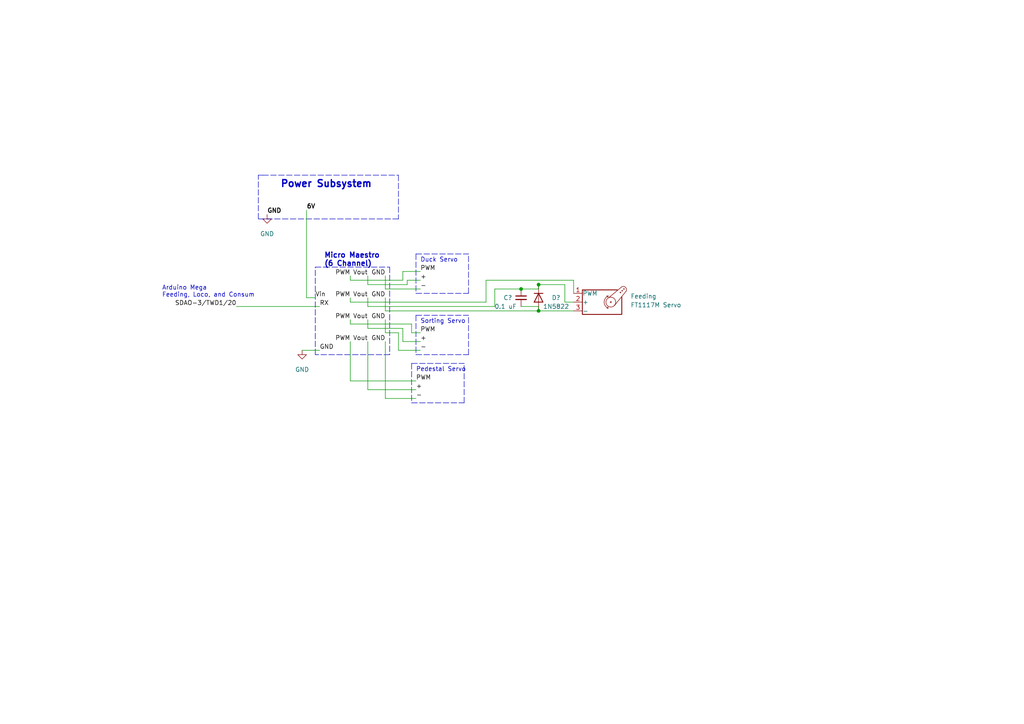
<source format=kicad_sch>
(kicad_sch (version 20211123) (generator eeschema)
  (paper "A4")
  (lib_symbols
    (symbol "Device:C_Small" (pin_numbers hide) (pin_names (offset 0.254) hide)
      (property "Reference" "C" (at 0.254 1.778 0))
      (property "Value" "C_Small" (at 0.254 -2.032 0))
      (symbol "C_Small_0_1"
        (polyline (pts (xy -1.524 -0.508) (xy 1.524 -0.508)) (stroke (width 0.3302)))
        (polyline (pts (xy -1.524 0.508) (xy 1.524 0.508)) (stroke (width 0.3048)))
      )
      (symbol "C_Small_1_1"
        (pin passive line (at 0 2.54 270) (length 2.032) (name "~") (number "1"))
        (pin passive line (at 0 -2.54 90) (length 2.032) (name "~") (number "2"))
      )
    )
    (symbol "Diode:1N4001" (pin_numbers hide) (pin_names hide)
      (property "Reference" "D" (at 0 2.54 0))
      (property "Value" "1N4001" (at 0 -2.54 0))
      (symbol "1N4001_0_1"
        (polyline (pts (xy -1.27 1.27) (xy -1.27 -1.27)) (stroke (width 0.254)))
        (polyline (pts (xy 1.27 0) (xy -1.27 0)))
        (polyline (pts (xy 1.27 1.27) (xy 1.27 -1.27) (xy -1.27 0) (xy 1.27 1.27)) (stroke (width 0.254)))
      )
      (symbol "1N4001_1_1"
        (pin passive line (at -3.81 0 0) (length 2.54) (name "K") (number "1"))
        (pin passive line (at 3.81 0 180) (length 2.54) (name "A") (number "2"))
      )
    )
    (symbol "Motor:Motor_Servo" (pin_names (offset 0.0254))
      (property "Reference" "M" (at -5.08 4.445 0))
      (property "Value" "Motor_Servo" (at -5.08 -4.064 0))
      (symbol "Motor_Servo_0_1"
        (polyline (pts (xy 2.413 -1.778) (xy 2.032 -1.778)))
        (polyline (pts (xy 2.413 -1.778) (xy 2.286 -1.397)))
        (polyline (pts (xy 2.413 1.778) (xy 1.905 1.778)))
        (polyline (pts (xy 2.413 1.778) (xy 2.286 1.397)))
        (polyline (pts (xy 6.35 4.445) (xy 2.54 1.27)))
        (polyline (pts (xy 7.62 3.175) (xy 4.191 -1.016)))
        (polyline (pts (xy 5.08 3.556) (xy -5.08 3.556) (xy -5.08 -3.556) (xy 6.35 -3.556) (xy 6.35 1.524)) (stroke (width 0.254)))
        (arc (start 2.413 1.778) (mid 1.2406 0) (end 2.413 -1.778))
        (circle (center 3.175 0) (radius 0.1778))
        (circle (center 3.175 0) (radius 1.4224))
        (circle (center 5.969 2.794) (radius 0.127))
        (circle (center 6.477 3.302) (radius 0.127))
        (circle (center 6.985 3.81) (radius 0.127))
        (arc (start 7.62 3.175) (mid 7.4485 4.2735) (end 6.35 4.445))
      )
      (symbol "Motor_Servo_1_1"
        (pin passive line (at -7.62 2.54 0) (length 2.54) (name "PWM") (number "1"))
        (pin passive line (at -7.62 0 0) (length 2.54) (name "+") (number "2"))
        (pin passive line (at -7.62 -2.54 0) (length 2.54) (name "-") (number "3"))
      )
    )
    (symbol "power:GND" (power) (pin_names (offset 0))
      (property "Value" "GND" (at 0 -3.81 0))
      (symbol "GND_0_1"
        (polyline (pts (xy 0 0) (xy 0 -1.27) (xy 1.27 -1.27) (xy 0 -2.54) (xy -1.27 -1.27) (xy 0 -1.27)))
      )
      (symbol "GND_1_1"
        (pin power_in line (at 0 0 270) (length 0) hide (name "GND") (number "1"))
      )
    )
  )
  (junction (at 156.21 82.55))
  (junction (at 156.21 90.17))
  (junction (at 151.13 83.82))
  (wire (pts (xy 106.68 80.01) (xy 106.68 82.55)))
  (wire (pts (xy 111.76 99.06) (xy 111.76 115.57)))
  (wire (pts (xy 101.6 110.49) (xy 120.65 110.49)))
  (wire (pts (xy 101.6 80.01) (xy 101.6 81.28)))
  (polyline (pts (xy 119.38 116.84) (xy 134.62 116.84)))
  (wire (pts (xy 166.37 85.09) (xy 166.37 81.28)))
  (polyline (pts (xy 119.38 105.41) (xy 119.38 116.84)))
  (polyline (pts (xy 115.57 50.8) (xy 115.57 63.5)))
  (wire (pts (xy 101.6 99.06) (xy 101.6 110.49)))
  (polyline (pts (xy 76.2 50.8) (xy 115.57 50.8)))
  (wire (pts (xy 143.51 88.9) (xy 143.51 83.82)))
  (polyline (pts (xy 113.03 102.87) (xy 91.44 102.87)))
  (polyline (pts (xy 119.38 105.41) (xy 134.62 105.41)))
  (polyline (pts (xy 91.44 102.87) (xy 91.44 77.47)))
  (wire (pts (xy 140.97 87.63) (xy 101.6 87.63)))
  (wire (pts (xy 111.76 83.82) (xy 121.92 83.82)))
  (wire (pts (xy 106.68 113.03) (xy 120.65 113.03)))
  (wire (pts (xy 106.68 82.55) (xy 118.11 82.55)))
  (polyline (pts (xy 120.65 91.44) (xy 120.65 102.87)))
  (wire (pts (xy 111.76 92.71) (xy 111.76 96.52)))
  (wire (pts (xy 106.68 86.36) (xy 106.68 88.9)))
  (wire (pts (xy 88.9 86.36) (xy 91.44 86.36)))
  (polyline (pts (xy 134.62 116.84) (xy 134.62 105.41)))
  (wire (pts (xy 156.21 83.82) (xy 156.21 82.55)))
  (wire (pts (xy 118.11 81.28) (xy 121.92 81.28)))
  (polyline (pts (xy 115.57 63.5) (xy 74.93 63.5)))
  (wire (pts (xy 106.68 99.06) (xy 106.68 113.03)))
  (wire (pts (xy 118.11 82.55) (xy 118.11 81.28)))
  (wire (pts (xy 163.83 82.55) (xy 156.21 82.55)))
  (polyline (pts (xy 120.65 102.87) (xy 135.89 102.87)))
  (wire (pts (xy 119.38 96.52) (xy 121.92 96.52)))
  (polyline (pts (xy 120.65 73.66) (xy 135.89 73.66)))
  (wire (pts (xy 156.21 90.17) (xy 166.37 90.17)))
  (polyline (pts (xy 74.93 50.8) (xy 76.2 50.8)))
  (wire (pts (xy 111.76 80.01) (xy 111.76 83.82)))
  (wire (pts (xy 87.63 101.6) (xy 92.71 101.6)))
  (polyline (pts (xy 120.65 91.44) (xy 135.89 91.44)))
  (wire (pts (xy 116.84 99.06) (xy 121.92 99.06)))
  (wire (pts (xy 116.84 81.28) (xy 116.84 78.74)))
  (wire (pts (xy 116.84 95.25) (xy 116.84 99.06)))
  (polyline (pts (xy 135.89 102.87) (xy 135.89 91.44)))
  (polyline (pts (xy 91.44 77.47) (xy 93.98 77.47)))
  (wire (pts (xy 101.6 87.63) (xy 101.6 86.36)))
  (wire (pts (xy 140.97 81.28) (xy 140.97 87.63)))
  (polyline (pts (xy 113.03 77.47) (xy 113.03 102.87)))
  (wire (pts (xy 166.37 87.63) (xy 163.83 87.63)))
  (wire (pts (xy 111.76 115.57) (xy 120.65 115.57)))
  (wire (pts (xy 101.6 93.98) (xy 119.38 93.98)))
  (wire (pts (xy 106.68 92.71) (xy 106.68 95.25)))
  (wire (pts (xy 156.21 88.9) (xy 156.21 90.17)))
  (wire (pts (xy 106.68 88.9) (xy 143.51 88.9)))
  (polyline (pts (xy 74.93 63.5) (xy 74.93 50.8)))
  (wire (pts (xy 111.76 96.52) (xy 115.57 96.52)))
  (wire (pts (xy 111.76 90.17) (xy 156.21 90.17)))
  (wire (pts (xy 151.13 88.9) (xy 156.21 88.9)))
  (wire (pts (xy 163.83 87.63) (xy 163.83 82.55)))
  (wire (pts (xy 119.38 93.98) (xy 119.38 96.52)))
  (polyline (pts (xy 120.65 73.66) (xy 120.65 85.09)))
  (polyline (pts (xy 135.89 85.09) (xy 135.89 73.66)))
  (wire (pts (xy 151.13 83.82) (xy 156.21 83.82)))
  (wire (pts (xy 116.84 78.74) (xy 121.92 78.74)))
  (wire (pts (xy 111.76 86.36) (xy 111.76 90.17)))
  (wire (pts (xy 115.57 96.52) (xy 115.57 101.6)))
  (wire (pts (xy 140.97 81.28) (xy 166.37 81.28)))
  (wire (pts (xy 101.6 81.28) (xy 116.84 81.28)))
  (wire (pts (xy 68.58 88.9) (xy 92.71 88.9)))
  (wire (pts (xy 115.57 101.6) (xy 121.92 101.6)))
  (wire (pts (xy 143.51 83.82) (xy 151.13 83.82)))
  (wire (pts (xy 101.6 92.71) (xy 101.6 93.98)))
  (polyline (pts (xy 120.65 85.09) (xy 135.89 85.09)))
  (wire (pts (xy 88.9 60.96) (xy 88.9 86.36)))
  (polyline (pts (xy 93.98 77.47) (xy 113.03 77.47)))
  (wire (pts (xy 106.68 95.25) (xy 116.84 95.25)))
  (text "Sorting Servo\n" (at 121.92 93.98 0) (effects (font (size 1.27 1.27)) (justify left bottom)))
  (text "Pedestal Servo\n" (at 120.65 107.95 0) (effects (font (size 1.27 1.27)) (justify left bottom)))
  (text "Micro Maestro \n(6 Channel)" (at 93.98 77.47 0) (effects (font (size 1.5 1.5) (thickness 0.3) bold) (justify left bottom)))
  (text "Arduino Mega\nFeeding, Loco, and Consum" (at 46.99 86.36 0) (effects (font (size 1.27 1.27)) (justify left bottom)))
  (text "Power Subsystem" (at 81.28 54.61 0) (effects (font (size 2 2) (thickness 0.4) bold) (justify left bottom)))
  (text "Duck Servo\n" (at 121.92 76.2 0) (effects (font (size 1.27 1.27)) (justify left bottom)))
  (label "PWM" (at 101.6 80.01 180))
  (label "PWM" (at 101.6 99.06 180))
  (label "GND" (at 92.71 101.6 0))
  (label "Vout" (at 106.68 92.71 180))
  (label "+" (at 120.65 113.03 0))
  (label "GND" (at 111.76 92.71 180))
  (label "+" (at 121.92 99.06 0))
  (label "PWM" (at 121.92 78.74 0))
  (label "Vin" (at 91.44 86.36 0))
  (label "RX" (at 92.71 88.9 0))
  (label "-" (at 120.65 115.57 0))
  (label "PWM" (at 101.6 86.36 180))
  (label "Vout" (at 106.68 86.36 180))
  (label "GND" (at 111.76 99.06 180))
  (label "PWM" (at 101.6 92.71 180))
  (label "Vout" (at 106.68 80.01 180))
  (label "-" (at 121.92 83.82 0))
  (label "GND" (at 77.47 62.23 0) (effects (font (thickness 0.254) bold)))
  (label "SDAO-3{slash}TWD1{slash}20" (at 68.58 88.9 180))
  (label "GND" (at 111.76 80.01 180))
  (label "-" (at 121.92 101.6 0))
  (label "GND" (at 111.76 86.36 180))
  (label "6V" (at 88.9 60.96 0) (effects (font (thickness 0.254) bold)))
  (label "+" (at 121.92 81.28 0))
  (label "PWM" (at 121.92 96.52 0))
  (label "Vout" (at 106.68 99.06 180))
  (label "PWM" (at 120.65 110.49 0))
  (symbol (lib_id "power:GND") (at 87.63 101.6 0) (unit 1)
    (property "Reference" "#PWR?" (effects hide))
    (property "Value" "GND" (at 87.63 107.188 0))
  )
  (symbol (lib_id "Diode:1N4001") (at 156.21 86.36 90) (mirror x) (unit 1)
    (property "Reference" "D?" (at 161.29 86.36 90))
    (property "Value" "1N5822" (at 161.29 88.9 90))
    (property "Footprint" "Diode_THT:D_DO-41_SOD81_P10.16mm_Horizontal" (effects hide))
    (property "Datasheet" "http://www.vishay.com/docs/88503/1n4001.pdf" (effects hide))
  )
  (symbol (lib_id "power:GND") (at 77.47 62.23 0) (unit 1)
    (property "Reference" "#PWR?" (effects hide))
    (property "Value" "GND" (at 77.47 67.818 0))
  )
  (symbol (lib_id "Device:C_Small") (at 151.13 86.36 0) (unit 1)
    (property "Reference" "C?" (at 148.59 86.36 0) (effects (justify right)))
    (property "Value" "0.1 uF" (at 149.86 88.9 0) (effects (justify right)))
  )
  (symbol (lib_id "Motor:Motor_Servo") (at 173.99 87.63 0) (unit 1)
    (property "Reference" "Feeding" (at 182.88 85.9265 0) (effects (justify left)))
    (property "Value" "FT1117M Servo" (at 182.88 88.4665 0) (effects (justify left)))
    (property "Datasheet" "http://forums.parallax.com/uploads/attachments/46831/74481.png" (effects hide))
  )
)
</source>
